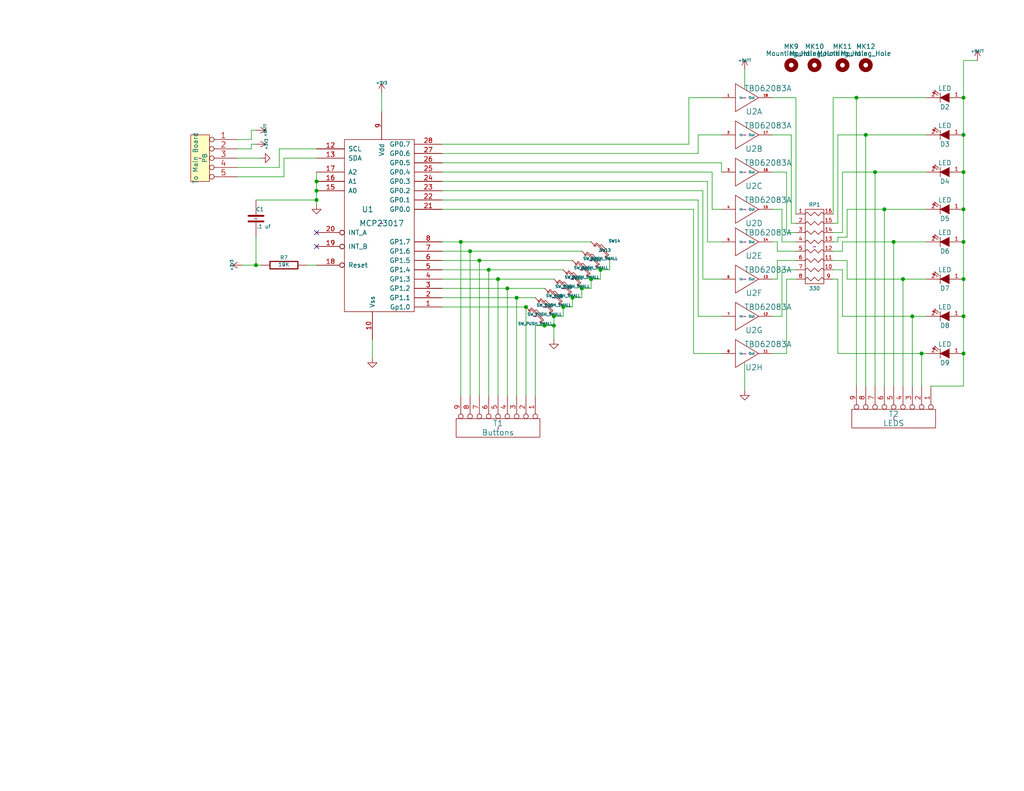
<source format=kicad_sch>
(kicad_sch (version 20211123) (generator eeschema)
  (paper "USLetter")
  (title_block (title "ESP32-T7S3-ControlStand") (date "2022-07-25") (rev "1.0") (company "Deepwoods Software") (comment 1 "Button Led Panel 1"))
  (lib_symbols
    (symbol "ESP32-T7S3-ControlStand-rescue:+3.3V" (power) (pin_names (offset 0))
      (property "Value" "+3.3V" (at 0 3.556 0))
      (symbol "+3.3V_0_1"
        (polyline (pts (xy -0.762 1.27) (xy 0 2.54)))
        (polyline (pts (xy 0 0) (xy 0 2.54)))
        (polyline (pts (xy 0 2.54) (xy 0.762 1.27)))
      )
      (symbol "+3.3V_1_1"
        (pin power_in line (at 0 0 90) (length 0) hide (name "+3V3") (number "1"))
      )
    )
    (symbol "ESP32-T7S3-ControlStand-rescue:+BATT" (power) (pin_names (offset 0))
      (property "Value" "+BATT" (at 0 3.556 0))
      (symbol "+BATT_0_1"
        (polyline (pts (xy -0.762 1.27) (xy 0 2.54)))
        (polyline (pts (xy 0 0) (xy 0 2.54)))
        (polyline (pts (xy 0 2.54) (xy 0.762 1.27)))
      )
      (symbol "+BATT_1_1"
        (pin power_in line (at 0 0 90) (length 0) hide (name "+BATT") (number "1"))
      )
    )
    (symbol "ESP32-T7S3-ControlStand-rescue:C-RESCUE-ESP32ControlStand" (pin_numbers hide) (pin_names (offset 0.254))
      (property "Reference" "C" (at 0 2.54 0))
      (property "Value" "C-RESCUE-ESP32ControlStand" (at 0.1524 -2.159 0))
      (symbol "C-RESCUE-ESP32ControlStand_0_1"
        (polyline (pts (xy -2.032 -0.762) (xy 2.032 -0.762)) (stroke (width 0.508)))
        (polyline (pts (xy -2.032 0.762) (xy 2.032 0.762)) (stroke (width 0.508)))
      )
      (symbol "C-RESCUE-ESP32ControlStand_1_1"
        (pin passive line (at 0 5.08 270) (length 4.318) (name "~") (number "1"))
        (pin passive line (at 0 -5.08 90) (length 4.318) (name "~") (number "2"))
      )
    )
    (symbol "ESP32-T7S3-ControlStand-rescue:CONN_5" (pin_names (offset 1.016))
      (property "Reference" "P" (at -1.27 0 90))
      (property "Value" "CONN_5" (at 1.27 0 90))
      (symbol "CONN_5_0_1"
        (rectangle (start -2.54 6.35) (end 2.54 -6.35) (fill (type background)))
      )
      (symbol "CONN_5_1_1"
        (pin passive inverted (at -10.16 5.08 0) (length 7.62) (name "~") (number "1"))
        (pin passive inverted (at -10.16 2.54 0) (length 7.62) (name "~") (number "2"))
        (pin passive inverted (at -10.16 0 0) (length 7.62) (name "~") (number "3"))
        (pin passive inverted (at -10.16 -2.54 0) (length 7.62) (name "~") (number "4"))
        (pin passive inverted (at -10.16 -5.08 0) (length 7.62) (name "~") (number "5"))
      )
    )
    (symbol "ESP32-T7S3-ControlStand-rescue:CONN_9" (pin_names (offset 1.016) hide)
      (property "Reference" "P" (at -1.27 0 90))
      (property "Value" "CONN_9" (at 1.27 0 90))
      (symbol "CONN_9_0_1"
        (rectangle (start -2.54 11.43) (end 2.54 -11.43))
      )
      (symbol "CONN_9_1_1"
        (pin passive inverted (at -8.89 10.16 0) (length 6.35) (name "P1") (number "1"))
        (pin passive inverted (at -8.89 7.62 0) (length 6.35) (name "P2") (number "2"))
        (pin passive inverted (at -8.89 5.08 0) (length 6.35) (name "P3") (number "3"))
        (pin passive inverted (at -8.89 2.54 0) (length 6.35) (name "P4") (number "4"))
        (pin passive inverted (at -8.89 0 0) (length 6.35) (name "P5") (number "5"))
        (pin passive inverted (at -8.89 -2.54 0) (length 6.35) (name "P6") (number "6"))
        (pin passive inverted (at -8.89 -5.08 0) (length 6.35) (name "P7") (number "7"))
        (pin passive inverted (at -8.89 -7.62 0) (length 6.35) (name "P8") (number "8"))
        (pin passive inverted (at -8.89 -10.16 0) (length 6.35) (name "P9") (number "9"))
      )
    )
    (symbol "ESP32-T7S3-ControlStand-rescue:GND" (power) (pin_names (offset 0))
      (property "Value" "GND" (at 0 -3.81 0))
      (symbol "GND_0_1"
        (polyline (pts (xy 0 0) (xy 0 -1.27) (xy 1.27 -1.27) (xy 0 -2.54) (xy -1.27 -1.27) (xy 0 -1.27)))
      )
      (symbol "GND_1_1"
        (pin power_in line (at 0 0 270) (length 0) hide (name "GND") (number "1"))
      )
    )
    (symbol "ESP32-T7S3-ControlStand-rescue:LED-RESCUE-ESP32ControlStand" (pin_names (offset 1.016) hide)
      (property "Reference" "D" (at 0 2.54 0))
      (property "Value" "LED-RESCUE-ESP32ControlStand" (at 0 -2.54 0))
      (symbol "LED-RESCUE-ESP32ControlStand_0_1"
        (polyline (pts (xy 1.27 1.27) (xy 1.27 -1.27)))
        (polyline (pts (xy -1.27 1.27) (xy 1.27 0) (xy -1.27 -1.27)) (fill (type outline)))
        (polyline (pts (xy 1.651 -1.016) (xy 2.794 -2.032) (xy 2.667 -1.397)))
        (polyline (pts (xy 2.032 -0.635) (xy 3.175 -1.651) (xy 3.048 -1.016)))
      )
      (symbol "LED-RESCUE-ESP32ControlStand_1_1"
        (pin passive line (at -5.08 0 0) (length 3.81) (name "A") (number "1"))
        (pin passive line (at 5.08 0 180) (length 3.81) (name "K") (number "2"))
      )
    )
    (symbol "ESP32-T7S3-ControlStand-rescue:MCP23017-RESCUE-ESP32ControlStand" (pin_names (offset 1.016))
      (property "Reference" "U" (at -3.81 3.81 0))
      (property "Value" "MCP23017-RESCUE-ESP32ControlStand" (at 0 0 0))
      (symbol "MCP23017-RESCUE-ESP32ControlStand_0_1"
        (rectangle (start -10.16 22.86) (end 8.89 -24.13))
      )
      (symbol "MCP23017-RESCUE-ESP32ControlStand_1_1"
        (pin bidirectional line (at 16.51 -22.86 180) (length 7.62) (name "Gp1.0") (number "1"))
        (pin power_in line (at -2.54 -31.75 90) (length 7.62) (name "Vss") (number "10"))
        (pin input line (at -17.78 20.32 0) (length 7.62) (name "SCL") (number "12"))
        (pin bidirectional line (at -17.78 17.78 0) (length 7.62) (name "SDA") (number "13"))
        (pin input line (at -17.78 8.89 0) (length 7.62) (name "A0") (number "15"))
        (pin input line (at -17.78 11.43 0) (length 7.62) (name "A1") (number "16"))
        (pin input line (at -17.78 13.97 0) (length 7.62) (name "A2") (number "17"))
        (pin output inverted (at -17.78 -11.43 0) (length 7.62) (name "Reset") (number "18"))
        (pin output inverted (at -17.78 -6.35 0) (length 7.62) (name "INT_B") (number "19"))
        (pin bidirectional line (at 16.51 -20.32 180) (length 7.62) (name "GP1.1") (number "2"))
        (pin output inverted (at -17.78 -2.54 0) (length 7.62) (name "INT_A") (number "20"))
        (pin bidirectional line (at 16.51 3.81 180) (length 7.62) (name "GP0.0") (number "21"))
        (pin bidirectional line (at 16.51 6.35 180) (length 7.62) (name "GP0.1") (number "22"))
        (pin bidirectional line (at 16.51 8.89 180) (length 7.62) (name "GP0.2") (number "23"))
        (pin bidirectional line (at 16.51 11.43 180) (length 7.62) (name "GP0.3") (number "24"))
        (pin bidirectional line (at 16.51 13.97 180) (length 7.62) (name "GP0.4") (number "25"))
        (pin bidirectional line (at 16.51 16.51 180) (length 7.62) (name "GP0.5") (number "26"))
        (pin bidirectional line (at 16.51 19.05 180) (length 7.62) (name "GP0.6") (number "27"))
        (pin bidirectional line (at 16.51 21.59 180) (length 7.62) (name "GP0.7") (number "28"))
        (pin bidirectional line (at 16.51 -17.78 180) (length 7.62) (name "GP1.2") (number "3"))
        (pin bidirectional line (at 16.51 -15.24 180) (length 7.62) (name "GP1.3") (number "4"))
        (pin bidirectional line (at 16.51 -12.7 180) (length 7.62) (name "GP1.4") (number "5"))
        (pin bidirectional line (at 16.51 -10.16 180) (length 7.62) (name "GP1.5") (number "6"))
        (pin bidirectional line (at 16.51 -7.62 180) (length 7.62) (name "GP1.6") (number "7"))
        (pin bidirectional line (at 16.51 -5.08 180) (length 7.62) (name "GP1.7") (number "8"))
        (pin power_in line (at 0 30.48 270) (length 7.62) (name "Vdd") (number "9"))
      )
    )
    (symbol "ESP32-T7S3-ControlStand-rescue:Mounting_Hole" (pin_names (offset 1.016))
      (property "Reference" "MK" (at 0 5.08 0))
      (property "Value" "Mounting_Hole" (at 0 3.175 0))
      (symbol "Mounting_Hole_0_1"
        (circle (center 0 0) (radius 1.27) (stroke (width 1.27)))
      )
    )
    (symbol "ESP32-T7S3-ControlStand-rescue:R-RESCUE-ESP32ControlStand" (pin_numbers hide) (pin_names (offset 0))
      (property "Reference" "R" (at 2.032 0 90))
      (property "Value" "R-RESCUE-ESP32ControlStand" (at 0.1778 0.0254 90))
      (symbol "R-RESCUE-ESP32ControlStand_0_1"
        (rectangle (start -1.016 3.81) (end 1.016 -3.81) (stroke (width 0.3048)))
      )
      (symbol "R-RESCUE-ESP32ControlStand_1_1"
        (pin passive line (at 0 6.35 270) (length 2.54) (name "~") (number "1"))
        (pin passive line (at 0 -6.35 90) (length 2.54) (name "~") (number "2"))
      )
    )
    (symbol "ESP32-T7S3-ControlStand-rescue:R_PACK8" (pin_names hide)
      (property "Reference" "RP" (at 0 11.43 0))
      (property "Value" "R_PACK8" (at 0 -11.43 0))
      (symbol "R_PACK8_0_1"
        (rectangle (start -2.54 10.16) (end 2.54 -10.16))
        (polyline (pts (xy -2.54 -8.89) (xy -2.032 -8.382) (xy -1.016 -9.398) (xy 0 -8.382) (xy 1.016 -9.398) (xy 2.032 -8.382) (xy 2.54 -8.89)))
        (polyline (pts (xy -2.54 -6.35) (xy -2.032 -5.842) (xy -1.016 -6.858) (xy 0 -5.842) (xy 1.016 -6.858) (xy 2.032 -5.842) (xy 2.54 -6.35)))
        (polyline (pts (xy -2.54 -3.81) (xy -2.032 -3.302) (xy -1.016 -4.318) (xy 0 -3.302) (xy 1.016 -4.318) (xy 2.032 -3.302) (xy 2.54 -3.81)))
        (polyline (pts (xy -2.54 -1.27) (xy -2.032 -0.762) (xy -1.016 -1.778) (xy 0 -0.762) (xy 1.016 -1.778) (xy 2.032 -0.762) (xy 2.54 -1.27)))
        (polyline (pts (xy -2.54 1.27) (xy -2.032 1.778) (xy -1.016 0.762) (xy 0 1.778) (xy 1.016 0.762) (xy 2.032 1.778) (xy 2.54 1.27)))
        (polyline (pts (xy -2.54 3.81) (xy -2.032 4.318) (xy -1.016 3.302) (xy 0 4.318) (xy 1.016 3.302) (xy 2.032 4.318) (xy 2.54 3.81)))
        (polyline (pts (xy -2.54 6.35) (xy -2.032 6.858) (xy -1.016 5.842) (xy 0 6.858) (xy 1.016 5.842) (xy 2.032 6.858) (xy 2.54 6.35)))
        (polyline (pts (xy -2.54 8.89) (xy -2.032 9.398) (xy -1.016 8.382) (xy 0 9.398) (xy 1.016 8.382) (xy 2.032 9.398) (xy 2.54 8.89)))
      )
      (symbol "R_PACK8_1_1"
        (pin passive line (at -5.08 8.89 0) (length 2.54) (name "P1") (number "1"))
        (pin passive line (at 5.08 -6.35 180) (length 2.54) (name "R7") (number "10"))
        (pin passive line (at 5.08 -3.81 180) (length 2.54) (name "R6") (number "11"))
        (pin passive line (at 5.08 -1.27 180) (length 2.54) (name "R5") (number "12"))
        (pin passive line (at 5.08 1.27 180) (length 2.54) (name "R4") (number "13"))
        (pin passive line (at 5.08 3.81 180) (length 2.54) (name "R3") (number "14"))
        (pin passive line (at 5.08 6.35 180) (length 2.54) (name "R2") (number "15"))
        (pin passive line (at 5.08 8.89 180) (length 2.54) (name "R1") (number "16"))
        (pin passive line (at -5.08 6.35 0) (length 2.54) (name "P2") (number "2"))
        (pin passive line (at -5.08 3.81 0) (length 2.54) (name "P3") (number "3"))
        (pin passive line (at -5.08 1.27 0) (length 2.54) (name "P4") (number "4"))
        (pin passive line (at -5.08 -1.27 0) (length 2.54) (name "P5") (number "5"))
        (pin passive line (at -5.08 -3.81 0) (length 2.54) (name "P6") (number "6"))
        (pin passive line (at -5.08 -6.35 0) (length 2.54) (name "P7") (number "7"))
        (pin passive line (at -5.08 -8.89 0) (length 2.54) (name "P8") (number "8"))
        (pin passive line (at 5.08 -8.89 180) (length 2.54) (name "R8") (number "9"))
      )
    )
    (symbol "ESP32-T7S3-ControlStand-rescue:SW_PUSH_SMALL" (pin_numbers hide) (pin_names (offset 1.016) hide)
      (property "Reference" "SW" (at 3.81 2.794 0))
      (property "Value" "SW_PUSH_SMALL" (at 0 -2.0066 0))
      (symbol "SW_PUSH_SMALL_0_1"
        (circle (center -1.524 1.524) (radius 0.254))
        (polyline (pts (xy -2.54 2.54) (xy -1.524 1.524) (xy -1.524 1.524)))
        (polyline (pts (xy 1.524 -1.524) (xy 2.54 -2.54) (xy 2.54 -2.54) (xy 2.54 -2.54)))
        (polyline (pts (xy -0.254 1.524) (xy 0.254 1.778) (xy 1.778 0.254) (xy 1.524 -0.254) (xy 1.524 -0.254) (xy 1.524 -0.254)))
        (polyline (pts (xy -1.27 2.032) (xy 2.032 -1.27) (xy 2.286 -1.016) (xy -1.016 2.286) (xy -1.27 2.032) (xy -1.27 2.032) (xy -1.27 2.032)))
        (circle (center 1.524 -1.524) (radius 0.254))
        (pin passive line (at -2.54 2.54 0) (length 0) (name "1") (number "1"))
        (pin passive line (at 2.54 -2.54 180) (length 0) (name "2") (number "2"))
      )
    )
    (symbol "ESP32-T7S3-ControlStand-rescue:TBD62083A" (pin_names (offset 1.016))
      (property "Reference" "U" (at 2.54 -3.81 0))
      (property "Value" "TBD62083A" (at 6.35 2.54 0))
      (symbol "TBD62083A_0_1"
        (polyline (pts (xy -2.54 3.81) (xy 3.81 0) (xy -2.54 -3.81) (xy -2.54 3.81)))
        (pin unspecified line (at 0 2.54 0) (length 0) hide (name "OC") (number "10"))
        (pin unspecified line (at 0 -2.54 0) (length 0) hide (name "IC") (number "9"))
      )
      (symbol "TBD62083A_1_1"
        (pin input line (at -6.35 0 0) (length 3.81) (name "In") (number "1"))
        (pin output line (at 7.62 0 180) (length 3.81) (name "Out") (number "18"))
      )
      (symbol "TBD62083A_2_1"
        (pin output line (at 7.62 0 180) (length 3.81) (name "Out") (number "17"))
        (pin input line (at -6.35 0 0) (length 3.81) (name "In") (number "2"))
      )
      (symbol "TBD62083A_3_1"
        (pin output line (at 7.62 0 180) (length 3.81) (name "Out") (number "16"))
        (pin input line (at -6.35 0 0) (length 3.81) (name "In") (number "3"))
      )
      (symbol "TBD62083A_4_1"
        (pin output line (at 7.62 0 180) (length 3.81) (name "Out") (number "15"))
        (pin input line (at -6.35 0 0) (length 3.81) (name "In") (number "4"))
      )
      (symbol "TBD62083A_5_1"
        (pin output line (at 7.62 0 180) (length 3.81) (name "Out") (number "14"))
        (pin input line (at -6.35 0 0) (length 3.81) (name "In") (number "5"))
      )
      (symbol "TBD62083A_6_1"
        (pin output line (at 7.62 0 180) (length 3.81) (name "Out") (number "13"))
        (pin input line (at -6.35 0 0) (length 3.81) (name "In") (number "6"))
      )
      (symbol "TBD62083A_7_1"
        (pin output line (at 7.62 0 180) (length 3.81) (name "Out") (number "12"))
        (pin input line (at -6.35 0 0) (length 3.81) (name "In") (number "7"))
      )
      (symbol "TBD62083A_8_1"
        (pin output line (at 7.62 0 180) (length 3.81) (name "Out") (number "11"))
        (pin input line (at -6.35 0 0) (length 3.81) (name "In") (number "8"))
      )
    )
  )
  (junction (at 233.68 26.67))
  (junction (at 130.81 71.12))
  (junction (at 262.89 57.15))
  (junction (at 138.43 78.74))
  (junction (at 143.51 83.82))
  (junction (at 156.21 81.28))
  (junction (at 262.89 76.2))
  (junction (at 151.13 86.36))
  (junction (at 163.83 73.66))
  (junction (at 262.89 96.52))
  (junction (at 133.35 73.66))
  (junction (at 151.13 88.9))
  (junction (at 125.73 66.04))
  (junction (at 262.89 66.04))
  (junction (at 262.89 36.83))
  (junction (at 248.92 86.36))
  (junction (at 86.36 49.53))
  (junction (at 153.67 83.82))
  (junction (at 148.59 88.9))
  (junction (at 86.36 52.07))
  (junction (at 246.38 76.2))
  (junction (at 140.97 81.28))
  (junction (at 135.89 76.2))
  (junction (at 262.89 26.67))
  (junction (at 241.3 57.15))
  (junction (at 161.29 76.2))
  (junction (at 236.22 36.83))
  (junction (at 238.76 46.99))
  (junction (at 158.75 78.74))
  (junction (at 262.89 86.36))
  (junction (at 86.36 54.61))
  (junction (at 128.27 68.58))
  (junction (at 69.85 72.39))
  (junction (at 243.84 66.04))
  (junction (at 262.89 46.99))
  (junction (at 251.46 96.52))
  (no_connect (at 86.36 63.5))
  (no_connect (at 86.36 67.31))
  (wire (pts (xy 189.23 96.52) (xy 196.85 96.52)))
  (wire (pts (xy 153.67 86.36) (xy 151.13 86.36)))
  (wire (pts (xy 246.38 105.41) (xy 246.38 76.2)))
  (wire (pts (xy 212.09 76.2) (xy 212.09 71.12)))
  (wire (pts (xy 161.29 76.2) (xy 161.29 78.74)))
  (wire (pts (xy 217.17 26.67) (xy 210.82 26.67)))
  (wire (pts (xy 227.33 76.2) (xy 228.6 76.2)))
  (wire (pts (xy 64.77 38.1) (xy 68.58 38.1)))
  (wire (pts (xy 228.6 96.52) (xy 251.46 96.52)))
  (wire (pts (xy 77.47 48.26) (xy 77.47 43.18)))
  (wire (pts (xy 236.22 105.41) (xy 236.22 36.83)))
  (wire (pts (xy 76.2 40.64) (xy 86.36 40.64)))
  (wire (pts (xy 138.43 78.74) (xy 120.65 78.74)))
  (wire (pts (xy 125.73 66.04) (xy 120.65 66.04)))
  (wire (pts (xy 68.58 39.37) (xy 69.85 39.37)))
  (wire (pts (xy 140.97 107.95) (xy 140.97 81.28)))
  (wire (pts (xy 163.83 76.2) (xy 161.29 76.2)))
  (wire (pts (xy 153.67 73.66) (xy 133.35 73.66)))
  (wire (pts (xy 151.13 86.36) (xy 151.13 88.9)))
  (wire (pts (xy 120.65 52.07) (xy 191.77 52.07)))
  (wire (pts (xy 210.82 66.04) (xy 212.09 66.04)))
  (wire (pts (xy 262.89 26.67) (xy 262.89 36.83)))
  (wire (pts (xy 212.09 71.12) (xy 217.17 71.12)))
  (wire (pts (xy 215.9 36.83) (xy 215.9 60.96)))
  (wire (pts (xy 156.21 71.12) (xy 130.81 71.12)))
  (wire (pts (xy 196.85 44.45) (xy 196.85 46.99)))
  (wire (pts (xy 210.82 57.15) (xy 213.36 57.15)))
  (wire (pts (xy 189.23 57.15) (xy 189.23 96.52)))
  (wire (pts (xy 246.38 76.2) (xy 252.73 76.2)))
  (wire (pts (xy 214.63 76.2) (xy 217.17 76.2)))
  (wire (pts (xy 194.31 46.99) (xy 194.31 57.15)))
  (wire (pts (xy 68.58 38.1) (xy 68.58 35.56)))
  (wire (pts (xy 153.67 83.82) (xy 153.67 86.36)))
  (wire (pts (xy 248.92 86.36) (xy 252.73 86.36)))
  (wire (pts (xy 125.73 107.95) (xy 125.73 66.04)))
  (wire (pts (xy 133.35 73.66) (xy 120.65 73.66)))
  (wire (pts (xy 146.05 107.95) (xy 146.05 88.9)))
  (wire (pts (xy 161.29 78.74) (xy 158.75 78.74)))
  (wire (pts (xy 148.59 78.74) (xy 138.43 78.74)))
  (wire (pts (xy 231.14 71.12) (xy 231.14 76.2)))
  (wire (pts (xy 231.14 71.12) (xy 227.33 71.12)))
  (wire (pts (xy 128.27 68.58) (xy 120.65 68.58)))
  (wire (pts (xy 156.21 83.82) (xy 153.67 83.82)))
  (wire (pts (xy 151.13 88.9) (xy 151.13 92.71)))
  (wire (pts (xy 262.89 57.15) (xy 262.89 66.04)))
  (wire (pts (xy 229.87 68.58) (xy 227.33 68.58)))
  (wire (pts (xy 191.77 76.2) (xy 196.85 76.2)))
  (wire (pts (xy 212.09 66.04) (xy 212.09 68.58)))
  (wire (pts (xy 146.05 88.9) (xy 148.59 88.9)))
  (wire (pts (xy 214.63 96.52) (xy 214.63 76.2)))
  (wire (pts (xy 166.37 73.66) (xy 163.83 73.66)))
  (wire (pts (xy 262.89 105.41) (xy 254 105.41)))
  (wire (pts (xy 190.5 36.83) (xy 196.85 36.83)))
  (wire (pts (xy 227.33 73.66) (xy 229.87 73.66)))
  (wire (pts (xy 241.3 105.41) (xy 241.3 57.15)))
  (wire (pts (xy 262.89 46.99) (xy 262.89 57.15)))
  (wire (pts (xy 229.87 46.99) (xy 238.76 46.99)))
  (wire (pts (xy 238.76 46.99) (xy 252.73 46.99)))
  (wire (pts (xy 190.5 86.36) (xy 196.85 86.36)))
  (wire (pts (xy 214.63 46.99) (xy 214.63 63.5)))
  (wire (pts (xy 86.36 52.07) (xy 86.36 54.61)))
  (wire (pts (xy 120.65 83.82) (xy 143.51 83.82)))
  (wire (pts (xy 69.85 64.77) (xy 69.85 72.39)))
  (wire (pts (xy 64.77 48.26) (xy 77.47 48.26)))
  (wire (pts (xy 148.59 88.9) (xy 151.13 88.9)))
  (wire (pts (xy 86.36 72.39) (xy 83.82 72.39)))
  (wire (pts (xy 158.75 78.74) (xy 158.75 81.28)))
  (wire (pts (xy 262.89 66.04) (xy 262.89 76.2)))
  (wire (pts (xy 163.83 73.66) (xy 163.83 76.2)))
  (wire (pts (xy 229.87 66.04) (xy 243.84 66.04)))
  (wire (pts (xy 193.04 66.04) (xy 196.85 66.04)))
  (wire (pts (xy 156.21 81.28) (xy 156.21 83.82)))
  (wire (pts (xy 120.65 39.37) (xy 187.96 39.37)))
  (wire (pts (xy 228.6 66.04) (xy 227.33 66.04)))
  (wire (pts (xy 214.63 46.99) (xy 210.82 46.99)))
  (wire (pts (xy 227.33 26.67) (xy 233.68 26.67)))
  (wire (pts (xy 243.84 105.41) (xy 243.84 66.04)))
  (wire (pts (xy 215.9 60.96) (xy 217.17 60.96)))
  (wire (pts (xy 166.37 71.12) (xy 166.37 73.66)))
  (wire (pts (xy 101.6 92.71) (xy 101.6 97.79)))
  (wire (pts (xy 135.89 107.95) (xy 135.89 76.2)))
  (wire (pts (xy 229.87 63.5) (xy 227.33 63.5)))
  (wire (pts (xy 228.6 36.83) (xy 228.6 60.96)))
  (wire (pts (xy 128.27 107.95) (xy 128.27 68.58)))
  (wire (pts (xy 138.43 107.95) (xy 138.43 78.74)))
  (wire (pts (xy 146.05 81.28) (xy 140.97 81.28)))
  (wire (pts (xy 228.6 64.77) (xy 228.6 66.04)))
  (wire (pts (xy 238.76 105.41) (xy 238.76 46.99)))
  (wire (pts (xy 203.2 19.05) (xy 203.2 24.13)))
  (wire (pts (xy 251.46 96.52) (xy 252.73 96.52)))
  (wire (pts (xy 151.13 76.2) (xy 135.89 76.2)))
  (wire (pts (xy 86.36 54.61) (xy 86.36 55.88)))
  (wire (pts (xy 187.96 39.37) (xy 187.96 26.67)))
  (wire (pts (xy 190.5 54.61) (xy 190.5 86.36)))
  (wire (pts (xy 213.36 73.66) (xy 217.17 73.66)))
  (wire (pts (xy 251.46 105.41) (xy 251.46 96.52)))
  (wire (pts (xy 133.35 107.95) (xy 133.35 73.66)))
  (wire (pts (xy 130.81 107.95) (xy 130.81 71.12)))
  (wire (pts (xy 210.82 96.52) (xy 214.63 96.52)))
  (wire (pts (xy 120.65 46.99) (xy 194.31 46.99)))
  (wire (pts (xy 233.68 26.67) (xy 252.73 26.67)))
  (wire (pts (xy 104.14 25.4) (xy 104.14 30.48)))
  (wire (pts (xy 213.36 57.15) (xy 213.36 66.04)))
  (wire (pts (xy 86.36 49.53) (xy 86.36 52.07)))
  (wire (pts (xy 212.09 68.58) (xy 217.17 68.58)))
  (wire (pts (xy 120.65 49.53) (xy 193.04 49.53)))
  (wire (pts (xy 252.73 57.15) (xy 241.3 57.15)))
  (wire (pts (xy 120.65 54.61) (xy 190.5 54.61)))
  (wire (pts (xy 68.58 40.64) (xy 68.58 39.37)))
  (wire (pts (xy 193.04 49.53) (xy 193.04 66.04)))
  (wire (pts (xy 210.82 86.36) (xy 213.36 86.36)))
  (wire (pts (xy 214.63 63.5) (xy 217.17 63.5)))
  (wire (pts (xy 140.97 81.28) (xy 120.65 81.28)))
  (wire (pts (xy 213.36 86.36) (xy 213.36 73.66)))
  (wire (pts (xy 76.2 45.72) (xy 76.2 40.64)))
  (wire (pts (xy 228.6 76.2) (xy 228.6 96.52)))
  (wire (pts (xy 227.33 58.42) (xy 227.33 26.67)))
  (wire (pts (xy 262.89 76.2) (xy 262.89 86.36)))
  (wire (pts (xy 68.58 35.56) (xy 69.85 35.56)))
  (wire (pts (xy 187.96 26.67) (xy 196.85 26.67)))
  (wire (pts (xy 213.36 66.04) (xy 217.17 66.04)))
  (wire (pts (xy 143.51 83.82) (xy 143.51 107.95)))
  (wire (pts (xy 231.14 57.15) (xy 231.14 64.77)))
  (wire (pts (xy 229.87 86.36) (xy 248.92 86.36)))
  (wire (pts (xy 228.6 36.83) (xy 236.22 36.83)))
  (wire (pts (xy 190.5 41.91) (xy 190.5 36.83)))
  (wire (pts (xy 158.75 68.58) (xy 128.27 68.58)))
  (wire (pts (xy 77.47 43.18) (xy 86.36 43.18)))
  (wire (pts (xy 69.85 72.39) (xy 66.04 72.39)))
  (wire (pts (xy 86.36 46.99) (xy 86.36 49.53)))
  (wire (pts (xy 64.77 45.72) (xy 76.2 45.72)))
  (wire (pts (xy 191.77 52.07) (xy 191.77 76.2)))
  (wire (pts (xy 69.85 54.61) (xy 86.36 54.61)))
  (wire (pts (xy 231.14 76.2) (xy 246.38 76.2)))
  (wire (pts (xy 262.89 16.51) (xy 266.7 16.51)))
  (wire (pts (xy 217.17 58.42) (xy 217.17 26.67)))
  (wire (pts (xy 130.81 71.12) (xy 120.65 71.12)))
  (wire (pts (xy 229.87 66.04) (xy 229.87 68.58)))
  (wire (pts (xy 158.75 81.28) (xy 156.21 81.28)))
  (wire (pts (xy 262.89 96.52) (xy 262.89 105.41)))
  (wire (pts (xy 262.89 16.51) (xy 262.89 26.67)))
  (wire (pts (xy 203.2 99.06) (xy 203.2 106.68)))
  (wire (pts (xy 120.65 44.45) (xy 196.85 44.45)))
  (wire (pts (xy 215.9 36.83) (xy 210.82 36.83)))
  (wire (pts (xy 241.3 57.15) (xy 231.14 57.15)))
  (wire (pts (xy 262.89 36.83) (xy 262.89 46.99)))
  (wire (pts (xy 161.29 66.04) (xy 125.73 66.04)))
  (wire (pts (xy 236.22 36.83) (xy 252.73 36.83)))
  (wire (pts (xy 194.31 57.15) (xy 196.85 57.15)))
  (wire (pts (xy 228.6 60.96) (xy 227.33 60.96)))
  (wire (pts (xy 71.12 72.39) (xy 69.85 72.39)))
  (wire (pts (xy 229.87 73.66) (xy 229.87 86.36)))
  (wire (pts (xy 135.89 76.2) (xy 120.65 76.2)))
  (wire (pts (xy 64.77 40.64) (xy 68.58 40.64)))
  (wire (pts (xy 233.68 105.41) (xy 233.68 26.67)))
  (wire (pts (xy 243.84 66.04) (xy 252.73 66.04)))
  (wire (pts (xy 262.89 86.36) (xy 262.89 96.52)))
  (wire (pts (xy 248.92 105.41) (xy 248.92 86.36)))
  (wire (pts (xy 71.12 43.18) (xy 64.77 43.18)))
  (wire (pts (xy 229.87 46.99) (xy 229.87 63.5)))
  (wire (pts (xy 120.65 57.15) (xy 189.23 57.15)))
  (wire (pts (xy 231.14 64.77) (xy 228.6 64.77)))
  (wire (pts (xy 210.82 76.2) (xy 212.09 76.2)))
  (wire (pts (xy 120.65 41.91) (xy 190.5 41.91)))
  (symbol (lib_id "ESP32-T7S3-ControlStand-rescue:MCP23017-RESCUE-ESP32ControlStand") (at 104.14 60.96 0) (unit 1)
    (property "Reference" "U1" (at 100.33 57.15 0) (effects (font (size 1.524 1.524))))
    (property "Value" "MCP23017" (at 104.14 60.96 0) (effects (font (size 1.524 1.524))))
    (property "Footprint" "Housings_SOIC:SOIC-28W_7.5x17.9mm_Pitch1.27mm" (effects hide))
    (property "Datasheet" "~" (at 104.14 60.96 0) (effects (font (size 1.524 1.524))))
    (property "Mouser Part Number" "579-MCP23017-E/SO " (effects hide))
  )
  (symbol (lib_id "ESP32-T7S3-ControlStand-rescue:TBD62083A") (at 203.2 26.67 0) (unit 1)
    (property "Reference" "U2" (at 205.74 30.48 0) (effects (font (size 1.524 1.524))))
    (property "Value" "TBD62083A" (at 209.55 24.13 0) (effects (font (size 1.524 1.524))))
    (property "Footprint" "Housings_SOIC:SOIC-18W_7.5x11.6mm_Pitch1.27mm" (effects hide))
    (property "Datasheet" "~" (at 203.2 26.67 0) (effects (font (size 1.524 1.524))))
    (property "Mouser Part Number" "757-TBD62083AFG" (effects hide))
  )
  (symbol (lib_id "ESP32-T7S3-ControlStand-rescue:TBD62083A") (at 203.2 36.83 0) (unit 2)
    (property "Reference" "U2" (at 205.74 40.64 0) (effects (font (size 1.524 1.524))))
    (property "Value" "TBD62083A" (at 209.55 34.29 0) (effects (font (size 1.524 1.524))))
    (property "Footprint" "Housings_SOIC:SOIC-18W_7.5x11.6mm_Pitch1.27mm" (effects hide))
    (property "Datasheet" "~" (at 203.2 36.83 0) (effects (font (size 1.524 1.524))))
  )
  (symbol (lib_id "ESP32-T7S3-ControlStand-rescue:TBD62083A") (at 203.2 46.99 0) (unit 3)
    (property "Reference" "U2" (at 205.74 50.8 0) (effects (font (size 1.524 1.524))))
    (property "Value" "TBD62083A" (at 209.55 44.45 0) (effects (font (size 1.524 1.524))))
    (property "Footprint" "Housings_SOIC:SOIC-18W_7.5x11.6mm_Pitch1.27mm" (effects hide))
    (property "Datasheet" "~" (at 203.2 46.99 0) (effects (font (size 1.524 1.524))))
  )
  (symbol (lib_id "ESP32-T7S3-ControlStand-rescue:TBD62083A") (at 203.2 57.15 0) (unit 4)
    (property "Reference" "U2" (at 205.74 60.96 0) (effects (font (size 1.524 1.524))))
    (property "Value" "TBD62083A" (at 209.55 54.61 0) (effects (font (size 1.524 1.524))))
    (property "Footprint" "Housings_SOIC:SOIC-18W_7.5x11.6mm_Pitch1.27mm" (effects hide))
    (property "Datasheet" "~" (at 203.2 57.15 0) (effects (font (size 1.524 1.524))))
  )
  (symbol (lib_id "ESP32-T7S3-ControlStand-rescue:TBD62083A") (at 203.2 66.04 0) (unit 5)
    (property "Reference" "U2" (at 205.74 69.85 0) (effects (font (size 1.524 1.524))))
    (property "Value" "TBD62083A" (at 209.55 63.5 0) (effects (font (size 1.524 1.524))))
    (property "Footprint" "Housings_SOIC:SOIC-18W_7.5x11.6mm_Pitch1.27mm" (effects hide))
    (property "Datasheet" "~" (at 203.2 66.04 0) (effects (font (size 1.524 1.524))))
  )
  (symbol (lib_id "ESP32-T7S3-ControlStand-rescue:TBD62083A") (at 203.2 76.2 0) (unit 6)
    (property "Reference" "U2" (at 205.74 80.01 0) (effects (font (size 1.524 1.524))))
    (property "Value" "TBD62083A" (at 209.55 73.66 0) (effects (font (size 1.524 1.524))))
    (property "Footprint" "Housings_SOIC:SOIC-18W_7.5x11.6mm_Pitch1.27mm" (effects hide))
    (property "Datasheet" "~" (at 203.2 76.2 0) (effects (font (size 1.524 1.524))))
  )
  (symbol (lib_id "ESP32-T7S3-ControlStand-rescue:TBD62083A") (at 203.2 86.36 0) (unit 7)
    (property "Reference" "U2" (at 205.74 90.17 0) (effects (font (size 1.524 1.524))))
    (property "Value" "TBD62083A" (at 209.55 83.82 0) (effects (font (size 1.524 1.524))))
    (property "Footprint" "Housings_SOIC:SOIC-18W_7.5x11.6mm_Pitch1.27mm" (effects hide))
    (property "Datasheet" "~" (at 203.2 86.36 0) (effects (font (size 1.524 1.524))))
  )
  (symbol (lib_id "ESP32-T7S3-ControlStand-rescue:TBD62083A") (at 203.2 96.52 0) (unit 8)
    (property "Reference" "U2" (at 205.74 100.33 0) (effects (font (size 1.524 1.524))))
    (property "Value" "TBD62083A" (at 209.55 93.98 0) (effects (font (size 1.524 1.524))))
    (property "Footprint" "Housings_SOIC:SOIC-18W_7.5x11.6mm_Pitch1.27mm" (effects hide))
    (property "Datasheet" "~" (at 203.2 96.52 0) (effects (font (size 1.524 1.524))))
  )
  (symbol (lib_id "ESP32-T7S3-ControlStand-rescue:SW_PUSH_SMALL") (at 163.83 68.58 0) (unit 1)
    (property "Reference" "SW14" (at 167.64 65.786 0) (effects (font (size 0.762 0.762))))
    (property "Value" "SW_PUSH_SMALL" (at 163.83 70.5866 0) (effects (font (size 0.762 0.762))))
    (property "Footprint" "Buttons_Switches_THT:SW_PUSH_6mm" (effects hide))
    (property "Datasheet" "~" (at 163.83 68.58 0) (effects (font (size 1.524 1.524))))
    (property "Mouser Part Number" "179-TS026660BK160LCR" (effects hide))
  )
  (symbol (lib_id "ESP32-T7S3-ControlStand-rescue:SW_PUSH_SMALL") (at 161.29 71.12 0) (unit 1)
    (property "Reference" "SW13" (at 165.1 68.326 0) (effects (font (size 0.762 0.762))))
    (property "Value" "SW_PUSH_SMALL" (at 161.29 73.1266 0) (effects (font (size 0.762 0.762))))
    (property "Footprint" "Buttons_Switches_THT:SW_PUSH_6mm" (effects hide))
    (property "Datasheet" "~" (at 161.29 71.12 0) (effects (font (size 1.524 1.524))))
    (property "Mouser Part Number" "179-TS026660BK160LCR" (effects hide))
  )
  (symbol (lib_id "ESP32-T7S3-ControlStand-rescue:SW_PUSH_SMALL") (at 158.75 73.66 0) (unit 1)
    (property "Reference" "SW12" (at 162.56 70.866 0) (effects (font (size 0.762 0.762))))
    (property "Value" "SW_PUSH_SMALL" (at 158.75 75.6666 0) (effects (font (size 0.762 0.762))))
    (property "Footprint" "Buttons_Switches_THT:SW_PUSH_6mm" (effects hide))
    (property "Datasheet" "~" (at 158.75 73.66 0) (effects (font (size 1.524 1.524))))
    (property "Mouser Part Number" "179-TS026660BK160LCR" (effects hide))
  )
  (symbol (lib_id "ESP32-T7S3-ControlStand-rescue:SW_PUSH_SMALL") (at 146.05 86.36 0) (unit 1)
    (property "Reference" "SW7" (at 149.86 83.566 0) (effects (font (size 0.762 0.762))))
    (property "Value" "SW_PUSH_SMALL" (at 146.05 88.3666 0) (effects (font (size 0.762 0.762))))
    (property "Footprint" "Buttons_Switches_THT:SW_PUSH_6mm" (effects hide))
    (property "Datasheet" "~" (at 146.05 86.36 0) (effects (font (size 1.524 1.524))))
    (property "Mouser Part Number" "179-TS026660BK160LCR" (effects hide))
  )
  (symbol (lib_id "ESP32-T7S3-ControlStand-rescue:SW_PUSH_SMALL") (at 156.21 76.2 0) (unit 1)
    (property "Reference" "SW11" (at 160.02 73.406 0) (effects (font (size 0.762 0.762))))
    (property "Value" "SW_PUSH_SMALL" (at 156.21 78.2066 0) (effects (font (size 0.762 0.762))))
    (property "Footprint" "Buttons_Switches_THT:SW_PUSH_6mm" (effects hide))
    (property "Datasheet" "~" (at 156.21 76.2 0) (effects (font (size 1.524 1.524))))
    (property "Mouser Part Number" "179-TS026660BK160LCR" (effects hide))
  )
  (symbol (lib_id "ESP32-T7S3-ControlStand-rescue:SW_PUSH_SMALL") (at 151.13 81.28 0) (unit 1)
    (property "Reference" "SW9" (at 154.94 78.486 0) (effects (font (size 0.762 0.762))))
    (property "Value" "SW_PUSH_SMALL" (at 151.13 83.2866 0) (effects (font (size 0.762 0.762))))
    (property "Footprint" "Buttons_Switches_THT:SW_PUSH_6mm" (effects hide))
    (property "Datasheet" "~" (at 151.13 81.28 0) (effects (font (size 1.524 1.524))))
    (property "Mouser Part Number" "179-TS026660BK160LCR" (effects hide))
  )
  (symbol (lib_id "ESP32-T7S3-ControlStand-rescue:SW_PUSH_SMALL") (at 153.67 78.74 0) (unit 1)
    (property "Reference" "SW10" (at 157.48 75.946 0) (effects (font (size 0.762 0.762))))
    (property "Value" "SW_PUSH_SMALL" (at 153.67 80.7466 0) (effects (font (size 0.762 0.762))))
    (property "Footprint" "Buttons_Switches_THT:SW_PUSH_6mm" (effects hide))
    (property "Datasheet" "~" (at 153.67 78.74 0) (effects (font (size 1.524 1.524))))
    (property "Mouser Part Number" "179-TS026660BK160LCR" (effects hide))
  )
  (symbol (lib_id "ESP32-T7S3-ControlStand-rescue:SW_PUSH_SMALL") (at 148.59 83.82 0) (unit 1)
    (property "Reference" "SW8" (at 152.4 81.026 0) (effects (font (size 0.762 0.762))))
    (property "Value" "SW_PUSH_SMALL" (at 148.59 85.8266 0) (effects (font (size 0.762 0.762))))
    (property "Footprint" "Buttons_Switches_THT:SW_PUSH_6mm" (effects hide))
    (property "Datasheet" "~" (at 148.59 83.82 0) (effects (font (size 1.524 1.524))))
    (property "Mouser Part Number" "179-TS026660BK160LCR" (effects hide))
  )
  (symbol (lib_id "ESP32-T7S3-ControlStand-rescue:GND") (at 151.13 92.71 0) (unit 1)
    (property "Reference" "#PWR021" (effects hide))
    (property "Value" "GND" (effects hide))
  )
  (symbol (lib_id "ESP32-T7S3-ControlStand-rescue:LED-RESCUE-ESP32ControlStand") (at 257.81 26.67 180) (unit 1)
    (property "Reference" "D2" (at 257.81 29.21 0))
    (property "Value" "LED" (at 257.81 24.13 0))
    (property "Footprint" "LEDs:LED_D5.0mm" (effects hide))
    (property "Datasheet" "~" (at 257.81 26.67 0) (effects (font (size 1.524 1.524))))
  )
  (symbol (lib_id "ESP32-T7S3-ControlStand-rescue:LED-RESCUE-ESP32ControlStand") (at 257.81 36.83 180) (unit 1)
    (property "Reference" "D3" (at 257.81 39.37 0))
    (property "Value" "LED" (at 257.81 34.29 0))
    (property "Footprint" "LEDs:LED_D5.0mm" (effects hide))
    (property "Datasheet" "~" (at 257.81 36.83 0) (effects (font (size 1.524 1.524))))
  )
  (symbol (lib_id "ESP32-T7S3-ControlStand-rescue:LED-RESCUE-ESP32ControlStand") (at 257.81 46.99 180) (unit 1)
    (property "Reference" "D4" (at 257.81 49.53 0))
    (property "Value" "LED" (at 257.81 44.45 0))
    (property "Footprint" "LEDs:LED_D5.0mm" (effects hide))
    (property "Datasheet" "~" (at 257.81 46.99 0) (effects (font (size 1.524 1.524))))
  )
  (symbol (lib_id "ESP32-T7S3-ControlStand-rescue:LED-RESCUE-ESP32ControlStand") (at 257.81 57.15 180) (unit 1)
    (property "Reference" "D5" (at 257.81 59.69 0))
    (property "Value" "LED" (at 257.81 54.61 0))
    (property "Footprint" "LEDs:LED_D5.0mm" (effects hide))
    (property "Datasheet" "~" (at 257.81 57.15 0) (effects (font (size 1.524 1.524))))
  )
  (symbol (lib_id "ESP32-T7S3-ControlStand-rescue:LED-RESCUE-ESP32ControlStand") (at 257.81 66.04 180) (unit 1)
    (property "Reference" "D6" (at 257.81 68.58 0))
    (property "Value" "LED" (at 257.81 63.5 0))
    (property "Footprint" "LEDs:LED_D5.0mm" (effects hide))
    (property "Datasheet" "~" (at 257.81 66.04 0) (effects (font (size 1.524 1.524))))
  )
  (symbol (lib_id "ESP32-T7S3-ControlStand-rescue:LED-RESCUE-ESP32ControlStand") (at 257.81 76.2 180) (unit 1)
    (property "Reference" "D7" (at 257.81 78.74 0))
    (property "Value" "LED" (at 257.81 73.66 0))
    (property "Footprint" "LEDs:LED_D5.0mm" (effects hide))
    (property "Datasheet" "~" (at 257.81 76.2 0) (effects (font (size 1.524 1.524))))
  )
  (symbol (lib_id "ESP32-T7S3-ControlStand-rescue:LED-RESCUE-ESP32ControlStand") (at 257.81 86.36 180) (unit 1)
    (property "Reference" "D8" (at 257.81 88.9 0))
    (property "Value" "LED" (at 257.81 83.82 0))
    (property "Footprint" "LEDs:LED_D5.0mm" (effects hide))
    (property "Datasheet" "~" (at 257.81 86.36 0) (effects (font (size 1.524 1.524))))
  )
  (symbol (lib_id "ESP32-T7S3-ControlStand-rescue:LED-RESCUE-ESP32ControlStand") (at 257.81 96.52 180) (unit 1)
    (property "Reference" "D9" (at 257.81 99.06 0))
    (property "Value" "LED" (at 257.81 93.98 0))
    (property "Footprint" "LEDs:LED_D5.0mm" (effects hide))
    (property "Datasheet" "~" (at 257.81 96.52 0) (effects (font (size 1.524 1.524))))
  )
  (symbol (lib_id "ESP32-T7S3-ControlStand-rescue:R_PACK8") (at 222.25 67.31 0) (unit 1)
    (property "Reference" "RP1" (at 222.25 55.88 0) (effects (font (size 1.016 1.016))))
    (property "Value" "330" (at 222.25 78.74 0) (effects (font (size 1.016 1.016))))
    (property "Footprint" "48xxP:4816P" (effects hide))
    (property "Datasheet" "~" (at 222.25 67.31 0) (effects (font (size 1.524 1.524))))
    (property "Mouser Part Number" "652-4816P-T1LF-330" (effects hide))
  )
  (symbol (lib_id "ESP32-T7S3-ControlStand-rescue:+BATT") (at 203.2 19.05 0) (unit 1)
    (property "Reference" "#PWR022" (effects hide))
    (property "Value" "+BATT" (at 203.2 16.51 0) (effects (font (size 0.762 0.762))))
  )
  (symbol (lib_id "ESP32-T7S3-ControlStand-rescue:GND") (at 203.2 106.68 0) (unit 1)
    (property "Reference" "#PWR023" (effects hide))
    (property "Value" "GND" (effects hide))
  )
  (symbol (lib_id "ESP32-T7S3-ControlStand-rescue:+BATT") (at 266.7 16.51 0) (unit 1)
    (property "Reference" "#PWR024" (effects hide))
    (property "Value" "+BATT" (at 266.7 13.97 0) (effects (font (size 0.762 0.762))))
  )
  (symbol (lib_id "ESP32-T7S3-ControlStand-rescue:GND") (at 101.6 97.79 0) (unit 1)
    (property "Reference" "#PWR025" (effects hide))
    (property "Value" "GND" (effects hide))
  )
  (symbol (lib_id "ESP32-T7S3-ControlStand-rescue:+3.3V") (at 104.14 25.4 0) (unit 1)
    (property "Reference" "#PWR026" (effects hide))
    (property "Value" "+3.3V" (at 104.14 22.606 0) (effects (font (size 0.762 0.762))))
  )
  (symbol (lib_id "ESP32-T7S3-ControlStand-rescue:GND") (at 86.36 55.88 0) (unit 1)
    (property "Reference" "#PWR027" (effects hide))
    (property "Value" "GND" (effects hide))
  )
  (symbol (lib_id "ESP32-T7S3-ControlStand-rescue:R-RESCUE-ESP32ControlStand") (at 77.47 72.39 90) (unit 1)
    (property "Reference" "R7" (at 77.47 70.358 90) (effects (font (size 1.016 1.016))))
    (property "Value" "10K" (at 77.4446 72.2122 90) (effects (font (size 1.016 1.016))))
    (property "Footprint" "Resistors_SMD:R_0402" (effects hide))
    (property "Datasheet" "~" (at 77.47 72.39 0) (effects (font (size 0.762 0.762))))
    (property "Mouser Part Number" "603-RC0402JR-0710KL" (effects hide))
  )
  (symbol (lib_id "ESP32-T7S3-ControlStand-rescue:+3.3V") (at 66.04 72.39 90) (unit 1)
    (property "Reference" "#PWR028" (effects hide))
    (property "Value" "+3.3V" (at 63.246 72.39 0) (effects (font (size 0.762 0.762))))
  )
  (symbol (lib_id "ESP32-T7S3-ControlStand-rescue:CONN_5") (at 54.61 43.18 0) (mirror y) (unit 1)
    (property "Reference" "P8" (at 55.88 43.18 90))
    (property "Value" "To Main Board" (at 53.34 43.18 90))
    (property "Footprint" "Pin_Headers:Pin_Header_Angled_1x05_Pitch2.54mm" (effects hide))
    (property "Datasheet" "~" (at 54.61 43.18 0) (effects (font (size 1.524 1.524))))
    (property "Mouser Part Number" "649-1012937990501BLF" (effects hide))
  )
  (symbol (lib_id "ESP32-T7S3-ControlStand-rescue:+BATT") (at 69.85 35.56 270) (unit 1)
    (property "Reference" "#PWR029" (effects hide))
    (property "Value" "+BATT" (at 72.39 35.56 0) (effects (font (size 0.762 0.762))))
  )
  (symbol (lib_id "ESP32-T7S3-ControlStand-rescue:+3.3V") (at 69.85 39.37 270) (unit 1)
    (property "Reference" "#PWR030" (effects hide))
    (property "Value" "+3.3V" (at 72.644 39.37 0) (effects (font (size 0.762 0.762))))
  )
  (symbol (lib_id "ESP32-T7S3-ControlStand-rescue:GND") (at 71.12 43.18 90) (unit 1)
    (property "Reference" "#PWR031" (effects hide))
    (property "Value" "GND" (effects hide))
  )
  (symbol (lib_id "ESP32-T7S3-ControlStand-rescue:CONN_9") (at 135.89 116.84 270) (unit 1)
    (property "Reference" "T1" (at 135.89 115.57 90) (effects (font (size 1.524 1.524))))
    (property "Value" "Buttons" (at 135.89 118.11 90) (effects (font (size 1.524 1.524))))
    (property "Footprint" "Terminal_Blocks:TerminalBlock_Pheonix_MPT-2.54mm_9pol" (effects hide))
    (property "Datasheet" "~" (at 135.89 116.84 0) (effects (font (size 1.524 1.524))))
    (property "Mouser Part Number" "651-1725724" (effects hide))
  )
  (symbol (lib_id "ESP32-T7S3-ControlStand-rescue:CONN_9") (at 243.84 114.3 270) (unit 1)
    (property "Reference" "T2" (at 243.84 113.03 90) (effects (font (size 1.524 1.524))))
    (property "Value" "LEDS" (at 243.84 115.57 90) (effects (font (size 1.524 1.524))))
    (property "Footprint" "Connectors_Terminal_Blocks:TerminalBlock_Pheonix_MPT-2.54mm_9pol" (effects hide))
    (property "Datasheet" "~" (at 243.84 114.3 0) (effects (font (size 1.524 1.524))))
    (property "Mouser Part Number" "651-1725724" (effects hide))
  )
  (symbol (lib_id "ESP32-T7S3-ControlStand-rescue:C-RESCUE-ESP32ControlStand") (at 69.85 59.69 0) (unit 1)
    (property "Reference" "C1" (at 69.85 57.15 0) (effects (font (size 1.016 1.016)) (justify left)))
    (property "Value" ".1 uf" (at 70.0024 61.849 0) (effects (font (size 1.016 1.016)) (justify left)))
    (property "Footprint" "Capacitors_SMD:C_0603" (effects hide))
    (property "Datasheet" "~" (at 69.85 59.69 0) (effects (font (size 1.524 1.524))))
    (property "Mouser Part Number" "710-885012206095" (effects hide))
  )
  (symbol (lib_id "ESP32-T7S3-ControlStand-rescue:Mounting_Hole") (at 215.9 17.78 0) (unit 1)
    (property "Reference" "MK9" (at 215.9 12.7 0))
    (property "Value" "Mounting_Hole" (at 215.9 14.605 0))
    (property "Footprint" "Mounting_Holes:MountingHole_2.5mm" (effects hide))
  )
  (symbol (lib_id "ESP32-T7S3-ControlStand-rescue:Mounting_Hole") (at 222.25 17.78 0) (unit 1)
    (property "Reference" "MK10" (at 222.25 12.7 0))
    (property "Value" "Mounting_Hole" (at 222.25 14.605 0))
    (property "Footprint" "Mounting_Holes:MountingHole_2.5mm" (effects hide))
  )
  (symbol (lib_id "ESP32-T7S3-ControlStand-rescue:Mounting_Hole") (at 229.87 17.78 0) (unit 1)
    (property "Reference" "MK11" (at 229.87 12.7 0))
    (property "Value" "Mounting_Hole" (at 229.87 14.605 0))
    (property "Footprint" "Mounting_Holes:MountingHole_2.5mm" (effects hide))
  )
  (symbol (lib_id "ESP32-T7S3-ControlStand-rescue:Mounting_Hole") (at 236.22 17.78 0) (unit 1)
    (property "Reference" "MK12" (at 236.22 12.7 0))
    (property "Value" "Mounting_Hole" (at 236.22 14.605 0))
    (property "Footprint" "Mounting_Holes:MountingHole_2.5mm" (effects hide))
  )
)
</source>
